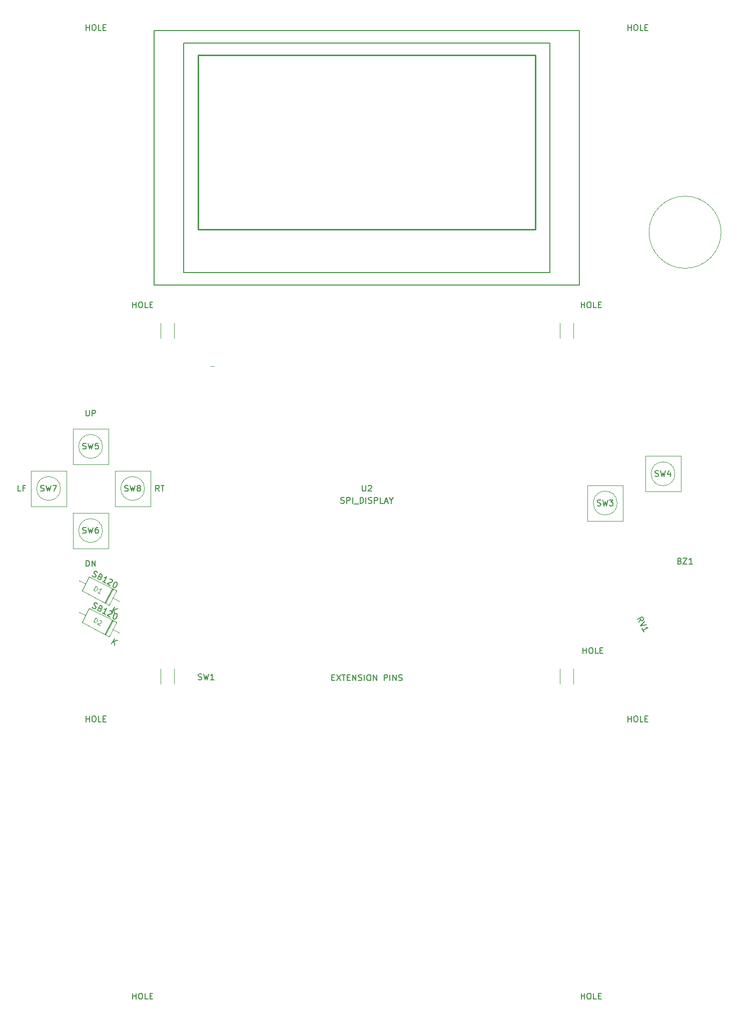
<source format=gbr>
G04 #@! TF.GenerationSoftware,KiCad,Pcbnew,(5.1.9-0-10_14)*
G04 #@! TF.CreationDate,2021-07-26T20:55:04-07:00*
G04 #@! TF.ProjectId,system_advance,73797374-656d-45f6-9164-76616e63652e,1.0-dev0*
G04 #@! TF.SameCoordinates,Original*
G04 #@! TF.FileFunction,Other,Fab,Top*
%FSLAX46Y46*%
G04 Gerber Fmt 4.6, Leading zero omitted, Abs format (unit mm)*
G04 Created by KiCad (PCBNEW (5.1.9-0-10_14)) date 2021-07-26 20:55:04*
%MOMM*%
%LPD*%
G01*
G04 APERTURE LIST*
%ADD10C,0.100000*%
%ADD11C,0.250000*%
%ADD12C,0.200000*%
%ADD13C,0.150000*%
%ADD14C,0.120000*%
G04 APERTURE END LIST*
D10*
X75311000Y-167640000D02*
X75311000Y-170180000D01*
X73025000Y-167640000D02*
X73025000Y-170180000D01*
X140589000Y-167640000D02*
X140589000Y-170180000D01*
X142875000Y-167640000D02*
X142875000Y-170180000D01*
X142875000Y-109220000D02*
X142875000Y-111760000D01*
X140589000Y-109220000D02*
X140589000Y-111760000D01*
D11*
X136450000Y-63880000D02*
X136450000Y-93380000D01*
X79450000Y-63880000D02*
X79450000Y-93380000D01*
D12*
X76950000Y-100680000D02*
X138950000Y-100680000D01*
X138950000Y-61880000D02*
X138950000Y-100680000D01*
X76950000Y-61880000D02*
X76950000Y-100680000D01*
X76950000Y-61880000D02*
X138950000Y-61880000D01*
D11*
X79450000Y-93380000D02*
X136450000Y-93380000D01*
X79450000Y-63880000D02*
X136450000Y-63880000D01*
D13*
X71950000Y-59780000D02*
X71950000Y-102780000D01*
X143950000Y-59780000D02*
X143950000Y-102780000D01*
X71950000Y-102780000D02*
X143950000Y-102780000D01*
X71950000Y-59780000D02*
X143950000Y-59780000D01*
D10*
X82088000Y-116459000D02*
X81488000Y-116459000D01*
X64343356Y-156848749D02*
X65590078Y-154453820D01*
X65590078Y-154453820D02*
X60977621Y-152052727D01*
X60977621Y-152052727D02*
X59730900Y-154447656D01*
X59730900Y-154447656D02*
X64343356Y-156848749D01*
X66040000Y-156210000D02*
X64966717Y-155651284D01*
X59280977Y-152691476D02*
X60354261Y-153250191D01*
X63651488Y-156488585D02*
X64898209Y-154093656D01*
X63562787Y-156442410D02*
X64809508Y-154047481D01*
X63740189Y-156534760D02*
X64986910Y-154139830D01*
X64343356Y-162182749D02*
X65590078Y-159787820D01*
X65590078Y-159787820D02*
X60977621Y-157386727D01*
X60977621Y-157386727D02*
X59730900Y-159781656D01*
X59730900Y-159781656D02*
X64343356Y-162182749D01*
X66040000Y-161544000D02*
X64966717Y-160985284D01*
X59280977Y-158025476D02*
X60354261Y-158584191D01*
X63651488Y-161822585D02*
X64898209Y-159427656D01*
X63562787Y-161776410D02*
X64809508Y-159381481D01*
X63740189Y-161868760D02*
X64986910Y-159473830D01*
D14*
X167898000Y-93853000D02*
G75*
G03*
X167898000Y-93853000I-6100000J0D01*
G01*
D10*
X145300000Y-139625000D02*
X145300000Y-136625000D01*
X145300000Y-136625000D02*
X151300000Y-136625000D01*
X151300000Y-136625000D02*
X151300000Y-142625000D01*
X151300000Y-142625000D02*
X145300000Y-142625000D01*
X145300000Y-142625000D02*
X145300000Y-139625000D01*
X150315564Y-139625000D02*
G75*
G03*
X150315564Y-139625000I-2015564J0D01*
G01*
X155079000Y-134672000D02*
X155079000Y-131672000D01*
X155079000Y-131672000D02*
X161079000Y-131672000D01*
X161079000Y-131672000D02*
X161079000Y-137672000D01*
X161079000Y-137672000D02*
X155079000Y-137672000D01*
X155079000Y-137672000D02*
X155079000Y-134672000D01*
X160094564Y-134672000D02*
G75*
G03*
X160094564Y-134672000I-2015564J0D01*
G01*
X58214000Y-130048000D02*
X58214000Y-127048000D01*
X58214000Y-127048000D02*
X64214000Y-127048000D01*
X64214000Y-127048000D02*
X64214000Y-133048000D01*
X64214000Y-133048000D02*
X58214000Y-133048000D01*
X58214000Y-133048000D02*
X58214000Y-130048000D01*
X63229564Y-130048000D02*
G75*
G03*
X63229564Y-130048000I-2015564J0D01*
G01*
X64214000Y-144272000D02*
X64214000Y-147272000D01*
X64214000Y-147272000D02*
X58214000Y-147272000D01*
X58214000Y-147272000D02*
X58214000Y-141272000D01*
X58214000Y-141272000D02*
X64214000Y-141272000D01*
X64214000Y-141272000D02*
X64214000Y-144272000D01*
X63229564Y-144272000D02*
G75*
G03*
X63229564Y-144272000I-2015564J0D01*
G01*
X51102000Y-137160000D02*
X51102000Y-134160000D01*
X51102000Y-134160000D02*
X57102000Y-134160000D01*
X57102000Y-134160000D02*
X57102000Y-140160000D01*
X57102000Y-140160000D02*
X51102000Y-140160000D01*
X51102000Y-140160000D02*
X51102000Y-137160000D01*
X56117564Y-137160000D02*
G75*
G03*
X56117564Y-137160000I-2015564J0D01*
G01*
X71326000Y-137160000D02*
X71326000Y-140160000D01*
X71326000Y-140160000D02*
X65326000Y-140160000D01*
X65326000Y-140160000D02*
X65326000Y-134160000D01*
X65326000Y-134160000D02*
X71326000Y-134160000D01*
X71326000Y-134160000D02*
X71326000Y-137160000D01*
X70341564Y-137160000D02*
G75*
G03*
X70341564Y-137160000I-2015564J0D01*
G01*
X73025000Y-109220000D02*
X73025000Y-111760000D01*
X75311000Y-109220000D02*
X75311000Y-111760000D01*
D13*
X102021428Y-169092571D02*
X102354761Y-169092571D01*
X102497619Y-169616380D02*
X102021428Y-169616380D01*
X102021428Y-168616380D01*
X102497619Y-168616380D01*
X102830952Y-168616380D02*
X103497619Y-169616380D01*
X103497619Y-168616380D02*
X102830952Y-169616380D01*
X103735714Y-168616380D02*
X104307142Y-168616380D01*
X104021428Y-169616380D02*
X104021428Y-168616380D01*
X104640476Y-169092571D02*
X104973809Y-169092571D01*
X105116666Y-169616380D02*
X104640476Y-169616380D01*
X104640476Y-168616380D01*
X105116666Y-168616380D01*
X105545238Y-169616380D02*
X105545238Y-168616380D01*
X106116666Y-169616380D01*
X106116666Y-168616380D01*
X106545238Y-169568761D02*
X106688095Y-169616380D01*
X106926190Y-169616380D01*
X107021428Y-169568761D01*
X107069047Y-169521142D01*
X107116666Y-169425904D01*
X107116666Y-169330666D01*
X107069047Y-169235428D01*
X107021428Y-169187809D01*
X106926190Y-169140190D01*
X106735714Y-169092571D01*
X106640476Y-169044952D01*
X106592857Y-168997333D01*
X106545238Y-168902095D01*
X106545238Y-168806857D01*
X106592857Y-168711619D01*
X106640476Y-168664000D01*
X106735714Y-168616380D01*
X106973809Y-168616380D01*
X107116666Y-168664000D01*
X107545238Y-169616380D02*
X107545238Y-168616380D01*
X108211904Y-168616380D02*
X108402380Y-168616380D01*
X108497619Y-168664000D01*
X108592857Y-168759238D01*
X108640476Y-168949714D01*
X108640476Y-169283047D01*
X108592857Y-169473523D01*
X108497619Y-169568761D01*
X108402380Y-169616380D01*
X108211904Y-169616380D01*
X108116666Y-169568761D01*
X108021428Y-169473523D01*
X107973809Y-169283047D01*
X107973809Y-168949714D01*
X108021428Y-168759238D01*
X108116666Y-168664000D01*
X108211904Y-168616380D01*
X109069047Y-169616380D02*
X109069047Y-168616380D01*
X109640476Y-169616380D01*
X109640476Y-168616380D01*
X110878571Y-169616380D02*
X110878571Y-168616380D01*
X111259523Y-168616380D01*
X111354761Y-168664000D01*
X111402380Y-168711619D01*
X111450000Y-168806857D01*
X111450000Y-168949714D01*
X111402380Y-169044952D01*
X111354761Y-169092571D01*
X111259523Y-169140190D01*
X110878571Y-169140190D01*
X111878571Y-169616380D02*
X111878571Y-168616380D01*
X112354761Y-169616380D02*
X112354761Y-168616380D01*
X112926190Y-169616380D01*
X112926190Y-168616380D01*
X113354761Y-169568761D02*
X113497619Y-169616380D01*
X113735714Y-169616380D01*
X113830952Y-169568761D01*
X113878571Y-169521142D01*
X113926190Y-169425904D01*
X113926190Y-169330666D01*
X113878571Y-169235428D01*
X113830952Y-169187809D01*
X113735714Y-169140190D01*
X113545238Y-169092571D01*
X113450000Y-169044952D01*
X113402380Y-168997333D01*
X113354761Y-168902095D01*
X113354761Y-168806857D01*
X113402380Y-168711619D01*
X113450000Y-168664000D01*
X113545238Y-168616380D01*
X113783333Y-168616380D01*
X113926190Y-168664000D01*
X60436333Y-59761380D02*
X60436333Y-58761380D01*
X60436333Y-59237571D02*
X61007761Y-59237571D01*
X61007761Y-59761380D02*
X61007761Y-58761380D01*
X61674428Y-58761380D02*
X61864904Y-58761380D01*
X61960142Y-58809000D01*
X62055380Y-58904238D01*
X62103000Y-59094714D01*
X62103000Y-59428047D01*
X62055380Y-59618523D01*
X61960142Y-59713761D01*
X61864904Y-59761380D01*
X61674428Y-59761380D01*
X61579190Y-59713761D01*
X61483952Y-59618523D01*
X61436333Y-59428047D01*
X61436333Y-59094714D01*
X61483952Y-58904238D01*
X61579190Y-58809000D01*
X61674428Y-58761380D01*
X63007761Y-59761380D02*
X62531571Y-59761380D01*
X62531571Y-58761380D01*
X63341095Y-59237571D02*
X63674428Y-59237571D01*
X63817285Y-59761380D02*
X63341095Y-59761380D01*
X63341095Y-58761380D01*
X63817285Y-58761380D01*
X152130333Y-59761380D02*
X152130333Y-58761380D01*
X152130333Y-59237571D02*
X152701761Y-59237571D01*
X152701761Y-59761380D02*
X152701761Y-58761380D01*
X153368428Y-58761380D02*
X153558904Y-58761380D01*
X153654142Y-58809000D01*
X153749380Y-58904238D01*
X153797000Y-59094714D01*
X153797000Y-59428047D01*
X153749380Y-59618523D01*
X153654142Y-59713761D01*
X153558904Y-59761380D01*
X153368428Y-59761380D01*
X153273190Y-59713761D01*
X153177952Y-59618523D01*
X153130333Y-59428047D01*
X153130333Y-59094714D01*
X153177952Y-58904238D01*
X153273190Y-58809000D01*
X153368428Y-58761380D01*
X154701761Y-59761380D02*
X154225571Y-59761380D01*
X154225571Y-58761380D01*
X155035095Y-59237571D02*
X155368428Y-59237571D01*
X155511285Y-59761380D02*
X155035095Y-59761380D01*
X155035095Y-58761380D01*
X155511285Y-58761380D01*
X68335733Y-106624380D02*
X68335733Y-105624380D01*
X68335733Y-106100571D02*
X68907161Y-106100571D01*
X68907161Y-106624380D02*
X68907161Y-105624380D01*
X69573828Y-105624380D02*
X69764304Y-105624380D01*
X69859542Y-105672000D01*
X69954780Y-105767238D01*
X70002400Y-105957714D01*
X70002400Y-106291047D01*
X69954780Y-106481523D01*
X69859542Y-106576761D01*
X69764304Y-106624380D01*
X69573828Y-106624380D01*
X69478590Y-106576761D01*
X69383352Y-106481523D01*
X69335733Y-106291047D01*
X69335733Y-105957714D01*
X69383352Y-105767238D01*
X69478590Y-105672000D01*
X69573828Y-105624380D01*
X70907161Y-106624380D02*
X70430971Y-106624380D01*
X70430971Y-105624380D01*
X71240495Y-106100571D02*
X71573828Y-106100571D01*
X71716685Y-106624380D02*
X71240495Y-106624380D01*
X71240495Y-105624380D01*
X71716685Y-105624380D01*
X144230933Y-106624380D02*
X144230933Y-105624380D01*
X144230933Y-106100571D02*
X144802361Y-106100571D01*
X144802361Y-106624380D02*
X144802361Y-105624380D01*
X145469028Y-105624380D02*
X145659504Y-105624380D01*
X145754742Y-105672000D01*
X145849980Y-105767238D01*
X145897600Y-105957714D01*
X145897600Y-106291047D01*
X145849980Y-106481523D01*
X145754742Y-106576761D01*
X145659504Y-106624380D01*
X145469028Y-106624380D01*
X145373790Y-106576761D01*
X145278552Y-106481523D01*
X145230933Y-106291047D01*
X145230933Y-105957714D01*
X145278552Y-105767238D01*
X145373790Y-105672000D01*
X145469028Y-105624380D01*
X146802361Y-106624380D02*
X146326171Y-106624380D01*
X146326171Y-105624380D01*
X147135695Y-106100571D02*
X147469028Y-106100571D01*
X147611885Y-106624380D02*
X147135695Y-106624380D01*
X147135695Y-105624380D01*
X147611885Y-105624380D01*
X144230933Y-223464380D02*
X144230933Y-222464380D01*
X144230933Y-222940571D02*
X144802361Y-222940571D01*
X144802361Y-223464380D02*
X144802361Y-222464380D01*
X145469028Y-222464380D02*
X145659504Y-222464380D01*
X145754742Y-222512000D01*
X145849980Y-222607238D01*
X145897600Y-222797714D01*
X145897600Y-223131047D01*
X145849980Y-223321523D01*
X145754742Y-223416761D01*
X145659504Y-223464380D01*
X145469028Y-223464380D01*
X145373790Y-223416761D01*
X145278552Y-223321523D01*
X145230933Y-223131047D01*
X145230933Y-222797714D01*
X145278552Y-222607238D01*
X145373790Y-222512000D01*
X145469028Y-222464380D01*
X146802361Y-223464380D02*
X146326171Y-223464380D01*
X146326171Y-222464380D01*
X147135695Y-222940571D02*
X147469028Y-222940571D01*
X147611885Y-223464380D02*
X147135695Y-223464380D01*
X147135695Y-222464380D01*
X147611885Y-222464380D01*
X68335733Y-223464380D02*
X68335733Y-222464380D01*
X68335733Y-222940571D02*
X68907161Y-222940571D01*
X68907161Y-223464380D02*
X68907161Y-222464380D01*
X69573828Y-222464380D02*
X69764304Y-222464380D01*
X69859542Y-222512000D01*
X69954780Y-222607238D01*
X70002400Y-222797714D01*
X70002400Y-223131047D01*
X69954780Y-223321523D01*
X69859542Y-223416761D01*
X69764304Y-223464380D01*
X69573828Y-223464380D01*
X69478590Y-223416761D01*
X69383352Y-223321523D01*
X69335733Y-223131047D01*
X69335733Y-222797714D01*
X69383352Y-222607238D01*
X69478590Y-222512000D01*
X69573828Y-222464380D01*
X70907161Y-223464380D02*
X70430971Y-223464380D01*
X70430971Y-222464380D01*
X71240495Y-222940571D02*
X71573828Y-222940571D01*
X71716685Y-223464380D02*
X71240495Y-223464380D01*
X71240495Y-222464380D01*
X71716685Y-222464380D01*
X152130333Y-176601380D02*
X152130333Y-175601380D01*
X152130333Y-176077571D02*
X152701761Y-176077571D01*
X152701761Y-176601380D02*
X152701761Y-175601380D01*
X153368428Y-175601380D02*
X153558904Y-175601380D01*
X153654142Y-175649000D01*
X153749380Y-175744238D01*
X153797000Y-175934714D01*
X153797000Y-176268047D01*
X153749380Y-176458523D01*
X153654142Y-176553761D01*
X153558904Y-176601380D01*
X153368428Y-176601380D01*
X153273190Y-176553761D01*
X153177952Y-176458523D01*
X153130333Y-176268047D01*
X153130333Y-175934714D01*
X153177952Y-175744238D01*
X153273190Y-175649000D01*
X153368428Y-175601380D01*
X154701761Y-176601380D02*
X154225571Y-176601380D01*
X154225571Y-175601380D01*
X155035095Y-176077571D02*
X155368428Y-176077571D01*
X155511285Y-176601380D02*
X155035095Y-176601380D01*
X155035095Y-175601380D01*
X155511285Y-175601380D01*
X79438666Y-169441761D02*
X79581523Y-169489380D01*
X79819619Y-169489380D01*
X79914857Y-169441761D01*
X79962476Y-169394142D01*
X80010095Y-169298904D01*
X80010095Y-169203666D01*
X79962476Y-169108428D01*
X79914857Y-169060809D01*
X79819619Y-169013190D01*
X79629142Y-168965571D01*
X79533904Y-168917952D01*
X79486285Y-168870333D01*
X79438666Y-168775095D01*
X79438666Y-168679857D01*
X79486285Y-168584619D01*
X79533904Y-168537000D01*
X79629142Y-168489380D01*
X79867238Y-168489380D01*
X80010095Y-168537000D01*
X80343428Y-168489380D02*
X80581523Y-169489380D01*
X80772000Y-168775095D01*
X80962476Y-169489380D01*
X81200571Y-168489380D01*
X82105333Y-169489380D02*
X81533904Y-169489380D01*
X81819619Y-169489380D02*
X81819619Y-168489380D01*
X81724380Y-168632238D01*
X81629142Y-168727476D01*
X81533904Y-168775095D01*
X61488402Y-151906859D02*
X61593130Y-152015062D01*
X61804323Y-152125002D01*
X61910788Y-152126740D01*
X61975015Y-152106489D01*
X62061229Y-152044000D01*
X62105205Y-151959523D01*
X62106943Y-151853057D01*
X62086692Y-151788831D01*
X62024203Y-151702616D01*
X61877237Y-151572425D01*
X61814747Y-151486211D01*
X61794497Y-151421984D01*
X61796234Y-151315519D01*
X61840210Y-151231042D01*
X61926425Y-151168552D01*
X61990652Y-151148302D01*
X62097117Y-151150039D01*
X62308310Y-151259979D01*
X62413038Y-151368182D01*
X62890963Y-152100138D02*
X62995691Y-152208341D01*
X63015942Y-152272567D01*
X63014204Y-152379033D01*
X62948240Y-152505748D01*
X62862025Y-152568238D01*
X62797799Y-152588488D01*
X62691334Y-152586751D01*
X62353425Y-152410847D01*
X62815173Y-151523836D01*
X63110844Y-151677752D01*
X63173333Y-151763967D01*
X63193583Y-151828193D01*
X63191846Y-151934658D01*
X63147870Y-152019136D01*
X63061655Y-152081625D01*
X62997428Y-152101875D01*
X62890963Y-152100138D01*
X62595293Y-151946222D01*
X63705060Y-153114463D02*
X63198197Y-152850607D01*
X63451629Y-152982535D02*
X63913377Y-152095524D01*
X63762936Y-152178264D01*
X63634483Y-152218765D01*
X63528017Y-152217028D01*
X64460742Y-152487834D02*
X64524968Y-152467584D01*
X64631434Y-152469321D01*
X64842627Y-152579261D01*
X64905116Y-152665476D01*
X64925366Y-152729702D01*
X64923629Y-152836168D01*
X64879653Y-152920645D01*
X64771450Y-153025373D01*
X64000730Y-153268380D01*
X64549832Y-153554224D01*
X65560683Y-152953058D02*
X65645160Y-152997034D01*
X65707649Y-153083248D01*
X65727900Y-153147475D01*
X65726163Y-153253940D01*
X65680449Y-153444883D01*
X65570509Y-153656076D01*
X65440318Y-153803042D01*
X65354103Y-153865531D01*
X65289877Y-153885782D01*
X65183412Y-153884045D01*
X65098934Y-153840068D01*
X65036445Y-153753854D01*
X65016195Y-153689627D01*
X65017932Y-153583162D01*
X65063646Y-153392219D01*
X65173586Y-153181026D01*
X65303776Y-153034060D01*
X65389991Y-152971571D01*
X65454218Y-152951320D01*
X65560683Y-152953058D01*
X64767654Y-158086952D02*
X65229402Y-157199941D01*
X65274517Y-158350808D02*
X65158226Y-157646053D01*
X65736266Y-157463798D02*
X64965546Y-157706805D01*
D14*
X61703517Y-154360574D02*
X62072916Y-153650966D01*
X62241870Y-153738918D01*
X62325652Y-153825480D01*
X62358053Y-153928243D01*
X62356663Y-154013415D01*
X62320092Y-154166169D01*
X62267321Y-154267541D01*
X62163169Y-154385115D01*
X62094197Y-154435106D01*
X61991434Y-154467507D01*
X61872471Y-154448526D01*
X61703517Y-154360574D01*
X62784825Y-154923468D02*
X62379334Y-154712383D01*
X62582080Y-154817925D02*
X62951479Y-154108317D01*
X62831126Y-154174509D01*
X62728363Y-154206909D01*
X62643191Y-154205520D01*
D13*
X61488402Y-157240859D02*
X61593130Y-157349062D01*
X61804323Y-157459002D01*
X61910788Y-157460740D01*
X61975015Y-157440489D01*
X62061229Y-157378000D01*
X62105205Y-157293523D01*
X62106943Y-157187057D01*
X62086692Y-157122831D01*
X62024203Y-157036616D01*
X61877237Y-156906425D01*
X61814747Y-156820211D01*
X61794497Y-156755984D01*
X61796234Y-156649519D01*
X61840210Y-156565042D01*
X61926425Y-156502552D01*
X61990652Y-156482302D01*
X62097117Y-156484039D01*
X62308310Y-156593979D01*
X62413038Y-156702182D01*
X62890963Y-157434138D02*
X62995691Y-157542341D01*
X63015942Y-157606567D01*
X63014204Y-157713033D01*
X62948240Y-157839748D01*
X62862025Y-157902238D01*
X62797799Y-157922488D01*
X62691334Y-157920751D01*
X62353425Y-157744847D01*
X62815173Y-156857836D01*
X63110844Y-157011752D01*
X63173333Y-157097967D01*
X63193583Y-157162193D01*
X63191846Y-157268658D01*
X63147870Y-157353136D01*
X63061655Y-157415625D01*
X62997428Y-157435875D01*
X62890963Y-157434138D01*
X62595293Y-157280222D01*
X63705060Y-158448463D02*
X63198197Y-158184607D01*
X63451629Y-158316535D02*
X63913377Y-157429524D01*
X63762936Y-157512264D01*
X63634483Y-157552765D01*
X63528017Y-157551028D01*
X64460742Y-157821834D02*
X64524968Y-157801584D01*
X64631434Y-157803321D01*
X64842627Y-157913261D01*
X64905116Y-157999476D01*
X64925366Y-158063702D01*
X64923629Y-158170168D01*
X64879653Y-158254645D01*
X64771450Y-158359373D01*
X64000730Y-158602380D01*
X64549832Y-158888224D01*
X65560683Y-158287058D02*
X65645160Y-158331034D01*
X65707649Y-158417248D01*
X65727900Y-158481475D01*
X65726163Y-158587940D01*
X65680449Y-158778883D01*
X65570509Y-158990076D01*
X65440318Y-159137042D01*
X65354103Y-159199531D01*
X65289877Y-159219782D01*
X65183412Y-159218045D01*
X65098934Y-159174068D01*
X65036445Y-159087854D01*
X65016195Y-159023627D01*
X65017932Y-158917162D01*
X65063646Y-158726219D01*
X65173586Y-158515026D01*
X65303776Y-158368060D01*
X65389991Y-158305571D01*
X65454218Y-158285320D01*
X65560683Y-158287058D01*
X64767654Y-163420952D02*
X65229402Y-162533941D01*
X65274517Y-163684808D02*
X65158226Y-162980053D01*
X65736266Y-162797798D02*
X64965546Y-163040805D01*
D14*
X61703517Y-159694574D02*
X62072916Y-158984966D01*
X62241870Y-159072918D01*
X62325652Y-159159480D01*
X62358053Y-159262243D01*
X62356663Y-159347415D01*
X62320092Y-159500169D01*
X62267321Y-159601541D01*
X62163169Y-159719115D01*
X62094197Y-159769106D01*
X61991434Y-159801507D01*
X61872471Y-159782526D01*
X61703517Y-159694574D01*
X62713553Y-159404356D02*
X62764934Y-159388155D01*
X62850106Y-159389545D01*
X63019060Y-159477498D01*
X63069052Y-159546469D01*
X63085252Y-159597851D01*
X63083862Y-159683023D01*
X63048681Y-159750605D01*
X62962119Y-159834387D01*
X62345544Y-160028792D01*
X62784825Y-160257468D01*
D13*
X107188095Y-136612380D02*
X107188095Y-137421904D01*
X107235714Y-137517142D01*
X107283333Y-137564761D01*
X107378571Y-137612380D01*
X107569047Y-137612380D01*
X107664285Y-137564761D01*
X107711904Y-137517142D01*
X107759523Y-137421904D01*
X107759523Y-136612380D01*
X108188095Y-136707619D02*
X108235714Y-136660000D01*
X108330952Y-136612380D01*
X108569047Y-136612380D01*
X108664285Y-136660000D01*
X108711904Y-136707619D01*
X108759523Y-136802857D01*
X108759523Y-136898095D01*
X108711904Y-137040952D01*
X108140476Y-137612380D01*
X108759523Y-137612380D01*
X103569047Y-139604761D02*
X103711904Y-139652380D01*
X103950000Y-139652380D01*
X104045238Y-139604761D01*
X104092857Y-139557142D01*
X104140476Y-139461904D01*
X104140476Y-139366666D01*
X104092857Y-139271428D01*
X104045238Y-139223809D01*
X103950000Y-139176190D01*
X103759523Y-139128571D01*
X103664285Y-139080952D01*
X103616666Y-139033333D01*
X103569047Y-138938095D01*
X103569047Y-138842857D01*
X103616666Y-138747619D01*
X103664285Y-138700000D01*
X103759523Y-138652380D01*
X103997619Y-138652380D01*
X104140476Y-138700000D01*
X104569047Y-139652380D02*
X104569047Y-138652380D01*
X104950000Y-138652380D01*
X105045238Y-138700000D01*
X105092857Y-138747619D01*
X105140476Y-138842857D01*
X105140476Y-138985714D01*
X105092857Y-139080952D01*
X105045238Y-139128571D01*
X104950000Y-139176190D01*
X104569047Y-139176190D01*
X105569047Y-139652380D02*
X105569047Y-138652380D01*
X105807142Y-139747619D02*
X106569047Y-139747619D01*
X106807142Y-139652380D02*
X106807142Y-138652380D01*
X107045238Y-138652380D01*
X107188095Y-138700000D01*
X107283333Y-138795238D01*
X107330952Y-138890476D01*
X107378571Y-139080952D01*
X107378571Y-139223809D01*
X107330952Y-139414285D01*
X107283333Y-139509523D01*
X107188095Y-139604761D01*
X107045238Y-139652380D01*
X106807142Y-139652380D01*
X107807142Y-139652380D02*
X107807142Y-138652380D01*
X108235714Y-139604761D02*
X108378571Y-139652380D01*
X108616666Y-139652380D01*
X108711904Y-139604761D01*
X108759523Y-139557142D01*
X108807142Y-139461904D01*
X108807142Y-139366666D01*
X108759523Y-139271428D01*
X108711904Y-139223809D01*
X108616666Y-139176190D01*
X108426190Y-139128571D01*
X108330952Y-139080952D01*
X108283333Y-139033333D01*
X108235714Y-138938095D01*
X108235714Y-138842857D01*
X108283333Y-138747619D01*
X108330952Y-138700000D01*
X108426190Y-138652380D01*
X108664285Y-138652380D01*
X108807142Y-138700000D01*
X109235714Y-139652380D02*
X109235714Y-138652380D01*
X109616666Y-138652380D01*
X109711904Y-138700000D01*
X109759523Y-138747619D01*
X109807142Y-138842857D01*
X109807142Y-138985714D01*
X109759523Y-139080952D01*
X109711904Y-139128571D01*
X109616666Y-139176190D01*
X109235714Y-139176190D01*
X110711904Y-139652380D02*
X110235714Y-139652380D01*
X110235714Y-138652380D01*
X110997619Y-139366666D02*
X111473809Y-139366666D01*
X110902380Y-139652380D02*
X111235714Y-138652380D01*
X111569047Y-139652380D01*
X112092857Y-139176190D02*
X112092857Y-139652380D01*
X111759523Y-138652380D02*
X112092857Y-139176190D01*
X112426190Y-138652380D01*
X146966666Y-140029761D02*
X147109523Y-140077380D01*
X147347619Y-140077380D01*
X147442857Y-140029761D01*
X147490476Y-139982142D01*
X147538095Y-139886904D01*
X147538095Y-139791666D01*
X147490476Y-139696428D01*
X147442857Y-139648809D01*
X147347619Y-139601190D01*
X147157142Y-139553571D01*
X147061904Y-139505952D01*
X147014285Y-139458333D01*
X146966666Y-139363095D01*
X146966666Y-139267857D01*
X147014285Y-139172619D01*
X147061904Y-139125000D01*
X147157142Y-139077380D01*
X147395238Y-139077380D01*
X147538095Y-139125000D01*
X147871428Y-139077380D02*
X148109523Y-140077380D01*
X148300000Y-139363095D01*
X148490476Y-140077380D01*
X148728571Y-139077380D01*
X149014285Y-139077380D02*
X149633333Y-139077380D01*
X149300000Y-139458333D01*
X149442857Y-139458333D01*
X149538095Y-139505952D01*
X149585714Y-139553571D01*
X149633333Y-139648809D01*
X149633333Y-139886904D01*
X149585714Y-139982142D01*
X149538095Y-140029761D01*
X149442857Y-140077380D01*
X149157142Y-140077380D01*
X149061904Y-140029761D01*
X149014285Y-139982142D01*
X156745666Y-135076761D02*
X156888523Y-135124380D01*
X157126619Y-135124380D01*
X157221857Y-135076761D01*
X157269476Y-135029142D01*
X157317095Y-134933904D01*
X157317095Y-134838666D01*
X157269476Y-134743428D01*
X157221857Y-134695809D01*
X157126619Y-134648190D01*
X156936142Y-134600571D01*
X156840904Y-134552952D01*
X156793285Y-134505333D01*
X156745666Y-134410095D01*
X156745666Y-134314857D01*
X156793285Y-134219619D01*
X156840904Y-134172000D01*
X156936142Y-134124380D01*
X157174238Y-134124380D01*
X157317095Y-134172000D01*
X157650428Y-134124380D02*
X157888523Y-135124380D01*
X158079000Y-134410095D01*
X158269476Y-135124380D01*
X158507571Y-134124380D01*
X159317095Y-134457714D02*
X159317095Y-135124380D01*
X159079000Y-134076761D02*
X158840904Y-134791047D01*
X159459952Y-134791047D01*
X60428285Y-123912380D02*
X60428285Y-124721904D01*
X60475904Y-124817142D01*
X60523523Y-124864761D01*
X60618761Y-124912380D01*
X60809238Y-124912380D01*
X60904476Y-124864761D01*
X60952095Y-124817142D01*
X60999714Y-124721904D01*
X60999714Y-123912380D01*
X61475904Y-124912380D02*
X61475904Y-123912380D01*
X61856857Y-123912380D01*
X61952095Y-123960000D01*
X61999714Y-124007619D01*
X62047333Y-124102857D01*
X62047333Y-124245714D01*
X61999714Y-124340952D01*
X61952095Y-124388571D01*
X61856857Y-124436190D01*
X61475904Y-124436190D01*
X59880666Y-130452761D02*
X60023523Y-130500380D01*
X60261619Y-130500380D01*
X60356857Y-130452761D01*
X60404476Y-130405142D01*
X60452095Y-130309904D01*
X60452095Y-130214666D01*
X60404476Y-130119428D01*
X60356857Y-130071809D01*
X60261619Y-130024190D01*
X60071142Y-129976571D01*
X59975904Y-129928952D01*
X59928285Y-129881333D01*
X59880666Y-129786095D01*
X59880666Y-129690857D01*
X59928285Y-129595619D01*
X59975904Y-129548000D01*
X60071142Y-129500380D01*
X60309238Y-129500380D01*
X60452095Y-129548000D01*
X60785428Y-129500380D02*
X61023523Y-130500380D01*
X61214000Y-129786095D01*
X61404476Y-130500380D01*
X61642571Y-129500380D01*
X62499714Y-129500380D02*
X62023523Y-129500380D01*
X61975904Y-129976571D01*
X62023523Y-129928952D01*
X62118761Y-129881333D01*
X62356857Y-129881333D01*
X62452095Y-129928952D01*
X62499714Y-129976571D01*
X62547333Y-130071809D01*
X62547333Y-130309904D01*
X62499714Y-130405142D01*
X62452095Y-130452761D01*
X62356857Y-130500380D01*
X62118761Y-130500380D01*
X62023523Y-130452761D01*
X61975904Y-130405142D01*
X60428285Y-150312380D02*
X60428285Y-149312380D01*
X60666380Y-149312380D01*
X60809238Y-149360000D01*
X60904476Y-149455238D01*
X60952095Y-149550476D01*
X60999714Y-149740952D01*
X60999714Y-149883809D01*
X60952095Y-150074285D01*
X60904476Y-150169523D01*
X60809238Y-150264761D01*
X60666380Y-150312380D01*
X60428285Y-150312380D01*
X61428285Y-150312380D02*
X61428285Y-149312380D01*
X61999714Y-150312380D01*
X61999714Y-149312380D01*
X59880666Y-144676761D02*
X60023523Y-144724380D01*
X60261619Y-144724380D01*
X60356857Y-144676761D01*
X60404476Y-144629142D01*
X60452095Y-144533904D01*
X60452095Y-144438666D01*
X60404476Y-144343428D01*
X60356857Y-144295809D01*
X60261619Y-144248190D01*
X60071142Y-144200571D01*
X59975904Y-144152952D01*
X59928285Y-144105333D01*
X59880666Y-144010095D01*
X59880666Y-143914857D01*
X59928285Y-143819619D01*
X59975904Y-143772000D01*
X60071142Y-143724380D01*
X60309238Y-143724380D01*
X60452095Y-143772000D01*
X60785428Y-143724380D02*
X61023523Y-144724380D01*
X61214000Y-144010095D01*
X61404476Y-144724380D01*
X61642571Y-143724380D01*
X62452095Y-143724380D02*
X62261619Y-143724380D01*
X62166380Y-143772000D01*
X62118761Y-143819619D01*
X62023523Y-143962476D01*
X61975904Y-144152952D01*
X61975904Y-144533904D01*
X62023523Y-144629142D01*
X62071142Y-144676761D01*
X62166380Y-144724380D01*
X62356857Y-144724380D01*
X62452095Y-144676761D01*
X62499714Y-144629142D01*
X62547333Y-144533904D01*
X62547333Y-144295809D01*
X62499714Y-144200571D01*
X62452095Y-144152952D01*
X62356857Y-144105333D01*
X62166380Y-144105333D01*
X62071142Y-144152952D01*
X62023523Y-144200571D01*
X61975904Y-144295809D01*
X49410952Y-137612380D02*
X48934761Y-137612380D01*
X48934761Y-136612380D01*
X50077619Y-137088571D02*
X49744285Y-137088571D01*
X49744285Y-137612380D02*
X49744285Y-136612380D01*
X50220476Y-136612380D01*
X52768666Y-137564761D02*
X52911523Y-137612380D01*
X53149619Y-137612380D01*
X53244857Y-137564761D01*
X53292476Y-137517142D01*
X53340095Y-137421904D01*
X53340095Y-137326666D01*
X53292476Y-137231428D01*
X53244857Y-137183809D01*
X53149619Y-137136190D01*
X52959142Y-137088571D01*
X52863904Y-137040952D01*
X52816285Y-136993333D01*
X52768666Y-136898095D01*
X52768666Y-136802857D01*
X52816285Y-136707619D01*
X52863904Y-136660000D01*
X52959142Y-136612380D01*
X53197238Y-136612380D01*
X53340095Y-136660000D01*
X53673428Y-136612380D02*
X53911523Y-137612380D01*
X54102000Y-136898095D01*
X54292476Y-137612380D01*
X54530571Y-136612380D01*
X54816285Y-136612380D02*
X55482952Y-136612380D01*
X55054380Y-137612380D01*
X72826571Y-137612380D02*
X72493238Y-137136190D01*
X72255142Y-137612380D02*
X72255142Y-136612380D01*
X72636095Y-136612380D01*
X72731333Y-136660000D01*
X72778952Y-136707619D01*
X72826571Y-136802857D01*
X72826571Y-136945714D01*
X72778952Y-137040952D01*
X72731333Y-137088571D01*
X72636095Y-137136190D01*
X72255142Y-137136190D01*
X73112285Y-136612380D02*
X73683714Y-136612380D01*
X73398000Y-137612380D02*
X73398000Y-136612380D01*
X66992666Y-137564761D02*
X67135523Y-137612380D01*
X67373619Y-137612380D01*
X67468857Y-137564761D01*
X67516476Y-137517142D01*
X67564095Y-137421904D01*
X67564095Y-137326666D01*
X67516476Y-137231428D01*
X67468857Y-137183809D01*
X67373619Y-137136190D01*
X67183142Y-137088571D01*
X67087904Y-137040952D01*
X67040285Y-136993333D01*
X66992666Y-136898095D01*
X66992666Y-136802857D01*
X67040285Y-136707619D01*
X67087904Y-136660000D01*
X67183142Y-136612380D01*
X67421238Y-136612380D01*
X67564095Y-136660000D01*
X67897428Y-136612380D02*
X68135523Y-137612380D01*
X68326000Y-136898095D01*
X68516476Y-137612380D01*
X68754571Y-136612380D01*
X69278380Y-137040952D02*
X69183142Y-136993333D01*
X69135523Y-136945714D01*
X69087904Y-136850476D01*
X69087904Y-136802857D01*
X69135523Y-136707619D01*
X69183142Y-136660000D01*
X69278380Y-136612380D01*
X69468857Y-136612380D01*
X69564095Y-136660000D01*
X69611714Y-136707619D01*
X69659333Y-136802857D01*
X69659333Y-136850476D01*
X69611714Y-136945714D01*
X69564095Y-136993333D01*
X69468857Y-137040952D01*
X69278380Y-137040952D01*
X69183142Y-137088571D01*
X69135523Y-137136190D01*
X69087904Y-137231428D01*
X69087904Y-137421904D01*
X69135523Y-137517142D01*
X69183142Y-137564761D01*
X69278380Y-137612380D01*
X69468857Y-137612380D01*
X69564095Y-137564761D01*
X69611714Y-137517142D01*
X69659333Y-137421904D01*
X69659333Y-137231428D01*
X69611714Y-137136190D01*
X69564095Y-137088571D01*
X69468857Y-137040952D01*
X153975096Y-159795807D02*
X154243566Y-159280257D01*
X153711240Y-159288944D02*
X154598251Y-158827195D01*
X154774155Y-159165104D01*
X154775892Y-159271569D01*
X154755642Y-159335796D01*
X154693153Y-159422011D01*
X154566437Y-159487975D01*
X154459972Y-159489712D01*
X154395745Y-159469462D01*
X154309530Y-159406972D01*
X154133626Y-159069064D01*
X154994035Y-159587490D02*
X154260941Y-160344909D01*
X155301868Y-160178831D01*
X154810641Y-161400874D02*
X154546785Y-160894011D01*
X154678713Y-161147443D02*
X155565724Y-160685694D01*
X155395032Y-160667181D01*
X155266579Y-160626680D01*
X155180364Y-160564191D01*
X60436333Y-176601380D02*
X60436333Y-175601380D01*
X60436333Y-176077571D02*
X61007761Y-176077571D01*
X61007761Y-176601380D02*
X61007761Y-175601380D01*
X61674428Y-175601380D02*
X61864904Y-175601380D01*
X61960142Y-175649000D01*
X62055380Y-175744238D01*
X62103000Y-175934714D01*
X62103000Y-176268047D01*
X62055380Y-176458523D01*
X61960142Y-176553761D01*
X61864904Y-176601380D01*
X61674428Y-176601380D01*
X61579190Y-176553761D01*
X61483952Y-176458523D01*
X61436333Y-176268047D01*
X61436333Y-175934714D01*
X61483952Y-175744238D01*
X61579190Y-175649000D01*
X61674428Y-175601380D01*
X63007761Y-176601380D02*
X62531571Y-176601380D01*
X62531571Y-175601380D01*
X63341095Y-176077571D02*
X63674428Y-176077571D01*
X63817285Y-176601380D02*
X63341095Y-176601380D01*
X63341095Y-175601380D01*
X63817285Y-175601380D01*
X144530933Y-165044380D02*
X144530933Y-164044380D01*
X144530933Y-164520571D02*
X145102361Y-164520571D01*
X145102361Y-165044380D02*
X145102361Y-164044380D01*
X145769028Y-164044380D02*
X145959504Y-164044380D01*
X146054742Y-164092000D01*
X146149980Y-164187238D01*
X146197600Y-164377714D01*
X146197600Y-164711047D01*
X146149980Y-164901523D01*
X146054742Y-164996761D01*
X145959504Y-165044380D01*
X145769028Y-165044380D01*
X145673790Y-164996761D01*
X145578552Y-164901523D01*
X145530933Y-164711047D01*
X145530933Y-164377714D01*
X145578552Y-164187238D01*
X145673790Y-164092000D01*
X145769028Y-164044380D01*
X147102361Y-165044380D02*
X146626171Y-165044380D01*
X146626171Y-164044380D01*
X147435695Y-164520571D02*
X147769028Y-164520571D01*
X147911885Y-165044380D02*
X147435695Y-165044380D01*
X147435695Y-164044380D01*
X147911885Y-164044380D01*
X160917047Y-149407571D02*
X161059904Y-149455190D01*
X161107523Y-149502809D01*
X161155142Y-149598047D01*
X161155142Y-149740904D01*
X161107523Y-149836142D01*
X161059904Y-149883761D01*
X160964666Y-149931380D01*
X160583714Y-149931380D01*
X160583714Y-148931380D01*
X160917047Y-148931380D01*
X161012285Y-148979000D01*
X161059904Y-149026619D01*
X161107523Y-149121857D01*
X161107523Y-149217095D01*
X161059904Y-149312333D01*
X161012285Y-149359952D01*
X160917047Y-149407571D01*
X160583714Y-149407571D01*
X161488476Y-148931380D02*
X162155142Y-148931380D01*
X161488476Y-149931380D01*
X162155142Y-149931380D01*
X163059904Y-149931380D02*
X162488476Y-149931380D01*
X162774190Y-149931380D02*
X162774190Y-148931380D01*
X162678952Y-149074238D01*
X162583714Y-149169476D01*
X162488476Y-149217095D01*
M02*

</source>
